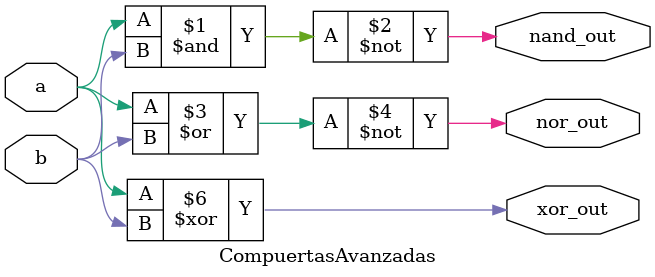
<source format=sv>
module CompuertasAvanzadas(
    input  logic a, b,
    output logic nand_out, nor_out, xor_out
);
    
    // NAND usando primitiva
    nand (nand_out, a, b);
    
    // NOR usando dataflow
    assign nor_out = ~(a | b);
    
    // XOR usando behavioral
    always_comb xor_out = a ^ b;

endmodule
</source>
